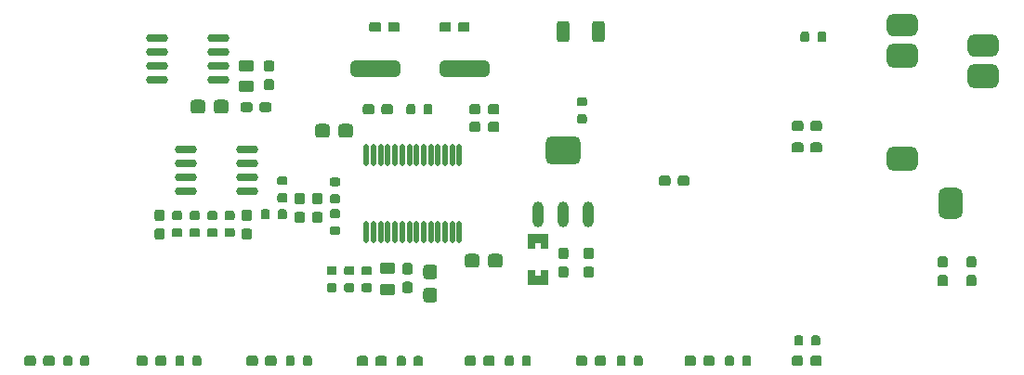
<source format=gtp>
G04 Layer_Color=8421504*
%FSLAX24Y24*%
%MOIN*%
G70*
G01*
G75*
G04:AMPARAMS|DCode=11|XSize=86.6mil|YSize=110.2mil|CornerRadius=21.7mil|HoleSize=0mil|Usage=FLASHONLY|Rotation=270.000|XOffset=0mil|YOffset=0mil|HoleType=Round|Shape=RoundedRectangle|*
%AMROUNDEDRECTD11*
21,1,0.0866,0.0669,0,0,270.0*
21,1,0.0433,0.1102,0,0,270.0*
1,1,0.0433,-0.0335,-0.0217*
1,1,0.0433,-0.0335,0.0217*
1,1,0.0433,0.0335,0.0217*
1,1,0.0433,0.0335,-0.0217*
%
%ADD11ROUNDEDRECTD11*%
G04:AMPARAMS|DCode=12|XSize=78.7mil|YSize=110.2mil|CornerRadius=19.7mil|HoleSize=0mil|Usage=FLASHONLY|Rotation=270.000|XOffset=0mil|YOffset=0mil|HoleType=Round|Shape=RoundedRectangle|*
%AMROUNDEDRECTD12*
21,1,0.0787,0.0709,0,0,270.0*
21,1,0.0394,0.1102,0,0,270.0*
1,1,0.0394,-0.0354,-0.0197*
1,1,0.0394,-0.0354,0.0197*
1,1,0.0394,0.0354,0.0197*
1,1,0.0394,0.0354,-0.0197*
%
%ADD12ROUNDEDRECTD12*%
G04:AMPARAMS|DCode=13|XSize=86.6mil|YSize=110.2mil|CornerRadius=21.7mil|HoleSize=0mil|Usage=FLASHONLY|Rotation=0.000|XOffset=0mil|YOffset=0mil|HoleType=Round|Shape=RoundedRectangle|*
%AMROUNDEDRECTD13*
21,1,0.0866,0.0669,0,0,0.0*
21,1,0.0433,0.1102,0,0,0.0*
1,1,0.0433,0.0217,-0.0335*
1,1,0.0433,-0.0217,-0.0335*
1,1,0.0433,-0.0217,0.0335*
1,1,0.0433,0.0217,0.0335*
%
%ADD13ROUNDEDRECTD13*%
G04:AMPARAMS|DCode=17|XSize=47.2mil|YSize=74.8mil|CornerRadius=11.8mil|HoleSize=0mil|Usage=FLASHONLY|Rotation=0.000|XOffset=0mil|YOffset=0mil|HoleType=Round|Shape=RoundedRectangle|*
%AMROUNDEDRECTD17*
21,1,0.0472,0.0512,0,0,0.0*
21,1,0.0236,0.0748,0,0,0.0*
1,1,0.0236,0.0118,-0.0256*
1,1,0.0236,-0.0118,-0.0256*
1,1,0.0236,-0.0118,0.0256*
1,1,0.0236,0.0118,0.0256*
%
%ADD17ROUNDEDRECTD17*%
G04:AMPARAMS|DCode=20|XSize=55.1mil|YSize=41.3mil|CornerRadius=10.3mil|HoleSize=0mil|Usage=FLASHONLY|Rotation=180.000|XOffset=0mil|YOffset=0mil|HoleType=Round|Shape=RoundedRectangle|*
%AMROUNDEDRECTD20*
21,1,0.0551,0.0207,0,0,180.0*
21,1,0.0344,0.0413,0,0,180.0*
1,1,0.0207,-0.0172,0.0103*
1,1,0.0207,0.0172,0.0103*
1,1,0.0207,0.0172,-0.0103*
1,1,0.0207,-0.0172,-0.0103*
%
%ADD20ROUNDEDRECTD20*%
G04:AMPARAMS|DCode=21|XSize=59.1mil|YSize=177.2mil|CornerRadius=14.8mil|HoleSize=0mil|Usage=FLASHONLY|Rotation=90.000|XOffset=0mil|YOffset=0mil|HoleType=Round|Shape=RoundedRectangle|*
%AMROUNDEDRECTD21*
21,1,0.0591,0.1476,0,0,90.0*
21,1,0.0295,0.1772,0,0,90.0*
1,1,0.0295,0.0738,0.0148*
1,1,0.0295,0.0738,-0.0148*
1,1,0.0295,-0.0738,-0.0148*
1,1,0.0295,-0.0738,0.0148*
%
%ADD21ROUNDEDRECTD21*%
%ADD22O,0.0177X0.0787*%
%ADD23O,0.0394X0.0925*%
G04:AMPARAMS|DCode=24|XSize=128mil|YSize=102.4mil|CornerRadius=25.6mil|HoleSize=0mil|Usage=FLASHONLY|Rotation=0.000|XOffset=0mil|YOffset=0mil|HoleType=Round|Shape=RoundedRectangle|*
%AMROUNDEDRECTD24*
21,1,0.1280,0.0512,0,0,0.0*
21,1,0.0768,0.1024,0,0,0.0*
1,1,0.0512,0.0384,-0.0256*
1,1,0.0512,-0.0384,-0.0256*
1,1,0.0512,-0.0384,0.0256*
1,1,0.0512,0.0384,0.0256*
%
%ADD24ROUNDEDRECTD24*%
%ADD25O,0.0800X0.0295*%
G04:AMPARAMS|DCode=27|XSize=54mil|YSize=50mil|CornerRadius=12.5mil|HoleSize=0mil|Usage=FLASHONLY|Rotation=180.000|XOffset=0mil|YOffset=0mil|HoleType=Round|Shape=RoundedRectangle|*
%AMROUNDEDRECTD27*
21,1,0.0540,0.0250,0,0,180.0*
21,1,0.0290,0.0500,0,0,180.0*
1,1,0.0250,-0.0145,0.0125*
1,1,0.0250,0.0145,0.0125*
1,1,0.0250,0.0145,-0.0125*
1,1,0.0250,-0.0145,-0.0125*
%
%ADD27ROUNDEDRECTD27*%
G04:AMPARAMS|DCode=28|XSize=54mil|YSize=50mil|CornerRadius=12.5mil|HoleSize=0mil|Usage=FLASHONLY|Rotation=90.000|XOffset=0mil|YOffset=0mil|HoleType=Round|Shape=RoundedRectangle|*
%AMROUNDEDRECTD28*
21,1,0.0540,0.0250,0,0,90.0*
21,1,0.0290,0.0500,0,0,90.0*
1,1,0.0250,0.0125,0.0145*
1,1,0.0250,0.0125,-0.0145*
1,1,0.0250,-0.0125,-0.0145*
1,1,0.0250,-0.0125,0.0145*
%
%ADD28ROUNDEDRECTD28*%
G36*
X51410Y45155D02*
X51440Y45135D01*
X51460Y45105D01*
X51467Y45070D01*
Y44890D01*
X51460Y44855D01*
X51440Y44825D01*
X51410Y44806D01*
X51375Y44799D01*
X51145D01*
X51110Y44806D01*
X51080Y44825D01*
X51060Y44855D01*
X51053Y44890D01*
Y45070D01*
X51060Y45105D01*
X51080Y45135D01*
X51110Y45155D01*
X51145Y45162D01*
X51375D01*
X51410Y45155D01*
D02*
G37*
G36*
X50740D02*
X50770Y45135D01*
X50790Y45105D01*
X50797Y45070D01*
Y44890D01*
X50790Y44855D01*
X50770Y44825D01*
X50740Y44806D01*
X50705Y44799D01*
X50475D01*
X50440Y44806D01*
X50410Y44825D01*
X50390Y44855D01*
X50383Y44890D01*
Y45070D01*
X50390Y45105D01*
X50410Y45135D01*
X50440Y45155D01*
X50475Y45162D01*
X50705D01*
X50740Y45155D01*
D02*
G37*
G36*
X48891D02*
X48920Y45135D01*
X48940Y45105D01*
X48947Y45070D01*
Y44890D01*
X48940Y44855D01*
X48920Y44825D01*
X48891Y44806D01*
X48856Y44799D01*
X48626D01*
X48590Y44806D01*
X48561Y44825D01*
X48541Y44855D01*
X48534Y44890D01*
Y45070D01*
X48541Y45105D01*
X48561Y45135D01*
X48590Y45155D01*
X48626Y45162D01*
X48856D01*
X48891Y45155D01*
D02*
G37*
G36*
X48221D02*
X48250Y45135D01*
X48270Y45105D01*
X48277Y45070D01*
Y44890D01*
X48270Y44855D01*
X48250Y44825D01*
X48221Y44806D01*
X48186Y44799D01*
X47956D01*
X47920Y44806D01*
X47891Y44825D01*
X47871Y44855D01*
X47864Y44890D01*
Y45070D01*
X47871Y45105D01*
X47891Y45135D01*
X47920Y45155D01*
X47956Y45162D01*
X48186D01*
X48221Y45155D01*
D02*
G37*
G36*
X64215Y44801D02*
X64242Y44784D01*
X64260Y44757D01*
X64266Y44726D01*
Y44526D01*
X64260Y44495D01*
X64242Y44468D01*
X64215Y44451D01*
X64184Y44444D01*
X64024D01*
X63993Y44451D01*
X63967Y44468D01*
X63949Y44495D01*
X63943Y44526D01*
Y44726D01*
X63949Y44757D01*
X63967Y44784D01*
X63993Y44801D01*
X64024Y44808D01*
X64184D01*
X64215Y44801D01*
D02*
G37*
G36*
X63605D02*
X63632Y44784D01*
X63650Y44757D01*
X63656Y44726D01*
Y44526D01*
X63650Y44495D01*
X63632Y44468D01*
X63605Y44451D01*
X63574Y44444D01*
X63414D01*
X63383Y44451D01*
X63357Y44468D01*
X63339Y44495D01*
X63333Y44526D01*
Y44726D01*
X63339Y44757D01*
X63357Y44784D01*
X63383Y44801D01*
X63414Y44808D01*
X63574D01*
X63605Y44801D01*
D02*
G37*
G36*
X44397Y43783D02*
X44427Y43763D01*
X44446Y43733D01*
X44453Y43698D01*
Y43468D01*
X44446Y43433D01*
X44427Y43403D01*
X44397Y43383D01*
X44362Y43376D01*
X44182D01*
X44147Y43383D01*
X44117Y43403D01*
X44097Y43433D01*
X44090Y43468D01*
Y43698D01*
X44097Y43733D01*
X44117Y43763D01*
X44147Y43783D01*
X44182Y43790D01*
X44362D01*
X44397Y43783D01*
D02*
G37*
G36*
Y43113D02*
X44427Y43093D01*
X44446Y43063D01*
X44453Y43028D01*
Y42798D01*
X44446Y42763D01*
X44427Y42733D01*
X44397Y42713D01*
X44362Y42706D01*
X44182D01*
X44147Y42713D01*
X44117Y42733D01*
X44097Y42763D01*
X44090Y42798D01*
Y43028D01*
X44097Y43063D01*
X44117Y43093D01*
X44147Y43113D01*
X44182Y43120D01*
X44362D01*
X44397Y43113D01*
D02*
G37*
G36*
X55623Y42449D02*
X55650Y42431D01*
X55667Y42404D01*
X55674Y42373D01*
Y42213D01*
X55667Y42182D01*
X55650Y42156D01*
X55623Y42138D01*
X55592Y42132D01*
X55392D01*
X55361Y42138D01*
X55334Y42156D01*
X55317Y42182D01*
X55311Y42213D01*
Y42373D01*
X55317Y42404D01*
X55334Y42431D01*
X55361Y42449D01*
X55392Y42455D01*
X55592D01*
X55623Y42449D01*
D02*
G37*
G36*
X44284Y42281D02*
X44314Y42261D01*
X44334Y42231D01*
X44341Y42196D01*
Y42016D01*
X44334Y41981D01*
X44314Y41951D01*
X44284Y41932D01*
X44249Y41925D01*
X44019D01*
X43984Y41932D01*
X43954Y41951D01*
X43934Y41981D01*
X43927Y42016D01*
Y42196D01*
X43934Y42231D01*
X43954Y42261D01*
X43984Y42281D01*
X44019Y42288D01*
X44249D01*
X44284Y42281D01*
D02*
G37*
G36*
X43614D02*
X43644Y42261D01*
X43664Y42231D01*
X43671Y42196D01*
Y42016D01*
X43664Y41981D01*
X43644Y41951D01*
X43614Y41932D01*
X43579Y41925D01*
X43349D01*
X43314Y41932D01*
X43284Y41951D01*
X43264Y41981D01*
X43257Y42016D01*
Y42196D01*
X43264Y42231D01*
X43284Y42261D01*
X43314Y42281D01*
X43349Y42288D01*
X43579D01*
X43614Y42281D01*
D02*
G37*
G36*
X50082Y42203D02*
X50108Y42185D01*
X50126Y42159D01*
X50132Y42128D01*
Y41928D01*
X50126Y41896D01*
X50108Y41870D01*
X50082Y41852D01*
X50050Y41846D01*
X49890D01*
X49859Y41852D01*
X49833Y41870D01*
X49815Y41896D01*
X49809Y41928D01*
Y42128D01*
X49815Y42159D01*
X49833Y42185D01*
X49859Y42203D01*
X49890Y42209D01*
X50050D01*
X50082Y42203D01*
D02*
G37*
G36*
X49472D02*
X49498Y42185D01*
X49516Y42159D01*
X49522Y42128D01*
Y41928D01*
X49516Y41896D01*
X49498Y41870D01*
X49472Y41852D01*
X49440Y41846D01*
X49280D01*
X49249Y41852D01*
X49223Y41870D01*
X49205Y41896D01*
X49199Y41928D01*
Y42128D01*
X49205Y42159D01*
X49223Y42185D01*
X49249Y42203D01*
X49280Y42209D01*
X49440D01*
X49472Y42203D01*
D02*
G37*
G36*
X48654Y42202D02*
X48684Y42182D01*
X48704Y42153D01*
X48711Y42118D01*
Y41938D01*
X48704Y41902D01*
X48684Y41873D01*
X48654Y41853D01*
X48619Y41846D01*
X48389D01*
X48354Y41853D01*
X48324Y41873D01*
X48305Y41902D01*
X48298Y41938D01*
Y42118D01*
X48305Y42153D01*
X48324Y42182D01*
X48354Y42202D01*
X48389Y42209D01*
X48619D01*
X48654Y42202D01*
D02*
G37*
G36*
X47984D02*
X48014Y42182D01*
X48034Y42153D01*
X48041Y42118D01*
Y41938D01*
X48034Y41902D01*
X48014Y41873D01*
X47984Y41853D01*
X47949Y41846D01*
X47719D01*
X47684Y41853D01*
X47654Y41873D01*
X47635Y41902D01*
X47628Y41938D01*
Y42118D01*
X47635Y42153D01*
X47654Y42182D01*
X47684Y42202D01*
X47719Y42209D01*
X47949D01*
X47984Y42202D01*
D02*
G37*
G36*
X52473Y42201D02*
X52503Y42182D01*
X52523Y42152D01*
X52530Y42117D01*
Y41937D01*
X52523Y41902D01*
X52503Y41872D01*
X52473Y41852D01*
X52438Y41845D01*
X52208D01*
X52173Y41852D01*
X52143Y41872D01*
X52123Y41902D01*
X52116Y41937D01*
Y42117D01*
X52123Y42152D01*
X52143Y42182D01*
X52173Y42201D01*
X52208Y42208D01*
X52438D01*
X52473Y42201D01*
D02*
G37*
G36*
X51803D02*
X51833Y42182D01*
X51853Y42152D01*
X51860Y42117D01*
Y41937D01*
X51853Y41902D01*
X51833Y41872D01*
X51803Y41852D01*
X51768Y41845D01*
X51538D01*
X51503Y41852D01*
X51473Y41872D01*
X51453Y41902D01*
X51446Y41937D01*
Y42117D01*
X51453Y42152D01*
X51473Y42182D01*
X51503Y42201D01*
X51538Y42208D01*
X51768D01*
X51803Y42201D01*
D02*
G37*
G36*
X55623Y41839D02*
X55650Y41821D01*
X55667Y41794D01*
X55674Y41763D01*
Y41603D01*
X55667Y41572D01*
X55650Y41546D01*
X55623Y41528D01*
X55592Y41522D01*
X55392D01*
X55361Y41528D01*
X55334Y41546D01*
X55317Y41572D01*
X55311Y41603D01*
Y41763D01*
X55317Y41794D01*
X55334Y41821D01*
X55361Y41839D01*
X55392Y41845D01*
X55592D01*
X55623Y41839D01*
D02*
G37*
G36*
X64048Y41612D02*
X64078Y41592D01*
X64098Y41562D01*
X64105Y41527D01*
Y41347D01*
X64098Y41312D01*
X64078Y41282D01*
X64048Y41262D01*
X64013Y41255D01*
X63783D01*
X63748Y41262D01*
X63718Y41282D01*
X63698Y41312D01*
X63691Y41347D01*
Y41527D01*
X63698Y41562D01*
X63718Y41592D01*
X63748Y41612D01*
X63783Y41619D01*
X64013D01*
X64048Y41612D01*
D02*
G37*
G36*
X63378D02*
X63408Y41592D01*
X63428Y41562D01*
X63435Y41527D01*
Y41347D01*
X63428Y41312D01*
X63408Y41282D01*
X63378Y41262D01*
X63343Y41255D01*
X63113D01*
X63078Y41262D01*
X63048Y41282D01*
X63028Y41312D01*
X63021Y41347D01*
Y41527D01*
X63028Y41562D01*
X63048Y41592D01*
X63078Y41612D01*
X63113Y41619D01*
X63343D01*
X63378Y41612D01*
D02*
G37*
G36*
X52473Y41572D02*
X52503Y41553D01*
X52523Y41523D01*
X52530Y41488D01*
Y41308D01*
X52523Y41273D01*
X52503Y41243D01*
X52473Y41223D01*
X52438Y41216D01*
X52208D01*
X52173Y41223D01*
X52143Y41243D01*
X52123Y41273D01*
X52116Y41308D01*
Y41488D01*
X52123Y41523D01*
X52143Y41553D01*
X52173Y41572D01*
X52208Y41579D01*
X52438D01*
X52473Y41572D01*
D02*
G37*
G36*
X51803D02*
X51833Y41553D01*
X51853Y41523D01*
X51860Y41488D01*
Y41308D01*
X51853Y41273D01*
X51833Y41243D01*
X51803Y41223D01*
X51768Y41216D01*
X51538D01*
X51503Y41223D01*
X51473Y41243D01*
X51453Y41273D01*
X51446Y41308D01*
Y41488D01*
X51453Y41523D01*
X51473Y41553D01*
X51503Y41572D01*
X51538Y41579D01*
X51768D01*
X51803Y41572D01*
D02*
G37*
G36*
X64048Y40824D02*
X64078Y40804D01*
X64098Y40775D01*
X64105Y40740D01*
Y40560D01*
X64098Y40524D01*
X64078Y40495D01*
X64048Y40475D01*
X64013Y40468D01*
X63783D01*
X63748Y40475D01*
X63718Y40495D01*
X63698Y40524D01*
X63691Y40560D01*
Y40740D01*
X63698Y40775D01*
X63718Y40804D01*
X63748Y40824D01*
X63783Y40831D01*
X64013D01*
X64048Y40824D01*
D02*
G37*
G36*
X63378D02*
X63408Y40804D01*
X63428Y40775D01*
X63435Y40740D01*
Y40560D01*
X63428Y40524D01*
X63408Y40495D01*
X63378Y40475D01*
X63343Y40468D01*
X63113D01*
X63078Y40475D01*
X63048Y40495D01*
X63028Y40524D01*
X63021Y40560D01*
Y40740D01*
X63028Y40775D01*
X63048Y40804D01*
X63078Y40824D01*
X63113Y40831D01*
X63343D01*
X63378Y40824D01*
D02*
G37*
G36*
X44875Y39614D02*
X44902Y39596D01*
X44919Y39570D01*
X44926Y39539D01*
Y39379D01*
X44919Y39347D01*
X44902Y39321D01*
X44875Y39303D01*
X44844Y39297D01*
X44644D01*
X44613Y39303D01*
X44586Y39321D01*
X44569Y39347D01*
X44563Y39379D01*
Y39539D01*
X44569Y39570D01*
X44586Y39596D01*
X44613Y39614D01*
X44644Y39620D01*
X44844D01*
X44875Y39614D01*
D02*
G37*
G36*
X59284Y39643D02*
X59314Y39623D01*
X59334Y39594D01*
X59341Y39558D01*
Y39378D01*
X59334Y39343D01*
X59314Y39314D01*
X59284Y39294D01*
X59249Y39287D01*
X59019D01*
X58984Y39294D01*
X58954Y39314D01*
X58934Y39343D01*
X58927Y39378D01*
Y39558D01*
X58934Y39594D01*
X58954Y39623D01*
X58984Y39643D01*
X59019Y39650D01*
X59249D01*
X59284Y39643D01*
D02*
G37*
G36*
X58614D02*
X58644Y39623D01*
X58664Y39594D01*
X58671Y39558D01*
Y39378D01*
X58664Y39343D01*
X58644Y39314D01*
X58614Y39294D01*
X58579Y39287D01*
X58349D01*
X58314Y39294D01*
X58284Y39314D01*
X58264Y39343D01*
X58257Y39378D01*
Y39558D01*
X58264Y39594D01*
X58284Y39623D01*
X58314Y39643D01*
X58349Y39650D01*
X58579D01*
X58614Y39643D01*
D02*
G37*
G36*
X46765Y39575D02*
X46792Y39557D01*
X46809Y39530D01*
X46815Y39499D01*
Y39339D01*
X46809Y39308D01*
X46792Y39281D01*
X46765Y39264D01*
X46734Y39258D01*
X46534D01*
X46503Y39264D01*
X46476Y39281D01*
X46459Y39308D01*
X46452Y39339D01*
Y39499D01*
X46459Y39530D01*
X46476Y39557D01*
X46503Y39575D01*
X46534Y39581D01*
X46734D01*
X46765Y39575D01*
D02*
G37*
G36*
X44875Y39004D02*
X44902Y38986D01*
X44919Y38960D01*
X44926Y38929D01*
Y38769D01*
X44919Y38737D01*
X44902Y38711D01*
X44875Y38693D01*
X44844Y38687D01*
X44644D01*
X44613Y38693D01*
X44586Y38711D01*
X44569Y38737D01*
X44563Y38769D01*
Y38929D01*
X44569Y38960D01*
X44586Y38986D01*
X44613Y39004D01*
X44644Y39010D01*
X44844D01*
X44875Y39004D01*
D02*
G37*
G36*
X46765Y38965D02*
X46792Y38947D01*
X46809Y38920D01*
X46815Y38889D01*
Y38729D01*
X46809Y38698D01*
X46792Y38672D01*
X46765Y38654D01*
X46734Y38648D01*
X46534D01*
X46503Y38654D01*
X46476Y38672D01*
X46459Y38698D01*
X46452Y38729D01*
Y38889D01*
X46459Y38920D01*
X46476Y38947D01*
X46503Y38965D01*
X46534Y38971D01*
X46734D01*
X46765Y38965D01*
D02*
G37*
G36*
X46129Y39019D02*
X46159Y38999D01*
X46179Y38969D01*
X46186Y38934D01*
Y38704D01*
X46179Y38669D01*
X46159Y38639D01*
X46129Y38619D01*
X46094Y38612D01*
X45914D01*
X45879Y38619D01*
X45849Y38639D01*
X45829Y38669D01*
X45822Y38704D01*
Y38934D01*
X45829Y38969D01*
X45849Y38999D01*
X45879Y39019D01*
X45914Y39026D01*
X46094D01*
X46129Y39019D01*
D02*
G37*
G36*
X45499D02*
X45529Y38999D01*
X45549Y38969D01*
X45556Y38934D01*
Y38704D01*
X45549Y38669D01*
X45529Y38639D01*
X45499Y38619D01*
X45464Y38612D01*
X45284D01*
X45249Y38619D01*
X45219Y38639D01*
X45199Y38669D01*
X45192Y38704D01*
Y38934D01*
X45199Y38969D01*
X45219Y38999D01*
X45249Y39019D01*
X45284Y39026D01*
X45464D01*
X45499Y39019D01*
D02*
G37*
G36*
X46765Y38433D02*
X46792Y38415D01*
X46809Y38389D01*
X46815Y38357D01*
Y38197D01*
X46809Y38166D01*
X46792Y38140D01*
X46765Y38122D01*
X46734Y38116D01*
X46534D01*
X46503Y38122D01*
X46476Y38140D01*
X46459Y38166D01*
X46452Y38197D01*
Y38357D01*
X46459Y38389D01*
X46476Y38415D01*
X46503Y38433D01*
X46534Y38439D01*
X46734D01*
X46765Y38433D01*
D02*
G37*
G36*
X44855Y38423D02*
X44882Y38406D01*
X44899Y38379D01*
X44906Y38348D01*
Y38148D01*
X44899Y38117D01*
X44882Y38090D01*
X44855Y38073D01*
X44824Y38066D01*
X44664D01*
X44633Y38073D01*
X44606Y38090D01*
X44589Y38117D01*
X44582Y38148D01*
Y38348D01*
X44589Y38379D01*
X44606Y38406D01*
X44633Y38423D01*
X44664Y38430D01*
X44824D01*
X44855Y38423D01*
D02*
G37*
G36*
X44245D02*
X44272Y38406D01*
X44289Y38379D01*
X44296Y38348D01*
Y38148D01*
X44289Y38117D01*
X44272Y38090D01*
X44245Y38073D01*
X44214Y38066D01*
X44054D01*
X44023Y38073D01*
X43996Y38090D01*
X43979Y38117D01*
X43972Y38148D01*
Y38348D01*
X43979Y38379D01*
X43996Y38406D01*
X44023Y38423D01*
X44054Y38430D01*
X44214D01*
X44245Y38423D01*
D02*
G37*
G36*
X42986Y38364D02*
X43012Y38346D01*
X43030Y38320D01*
X43036Y38289D01*
Y38129D01*
X43030Y38097D01*
X43012Y38071D01*
X42986Y38053D01*
X42954Y38047D01*
X42754D01*
X42723Y38053D01*
X42697Y38071D01*
X42679Y38097D01*
X42673Y38129D01*
Y38289D01*
X42679Y38320D01*
X42697Y38346D01*
X42723Y38364D01*
X42754Y38370D01*
X42954D01*
X42986Y38364D01*
D02*
G37*
G36*
X42365D02*
X42392Y38346D01*
X42410Y38320D01*
X42416Y38289D01*
Y38129D01*
X42410Y38097D01*
X42392Y38071D01*
X42365Y38053D01*
X42334Y38047D01*
X42134D01*
X42103Y38053D01*
X42077Y38071D01*
X42059Y38097D01*
X42053Y38129D01*
Y38289D01*
X42059Y38320D01*
X42077Y38346D01*
X42103Y38364D01*
X42134Y38370D01*
X42334D01*
X42365Y38364D01*
D02*
G37*
G36*
X41106D02*
X41132Y38346D01*
X41150Y38320D01*
X41156Y38289D01*
Y38129D01*
X41150Y38097D01*
X41132Y38071D01*
X41106Y38053D01*
X41074Y38047D01*
X40874D01*
X40843Y38053D01*
X40817Y38071D01*
X40799Y38097D01*
X40793Y38129D01*
Y38289D01*
X40799Y38320D01*
X40817Y38346D01*
X40843Y38364D01*
X40874Y38370D01*
X41074D01*
X41106Y38364D01*
D02*
G37*
G36*
X41736Y38364D02*
X41762Y38346D01*
X41780Y38320D01*
X41786Y38288D01*
Y38128D01*
X41780Y38097D01*
X41762Y38071D01*
X41736Y38053D01*
X41704Y38047D01*
X41504D01*
X41473Y38053D01*
X41447Y38071D01*
X41429Y38097D01*
X41423Y38128D01*
Y38288D01*
X41429Y38320D01*
X41447Y38346D01*
X41473Y38364D01*
X41504Y38370D01*
X41704D01*
X41736Y38364D01*
D02*
G37*
G36*
X43600Y38419D02*
X43629Y38399D01*
X43649Y38369D01*
X43656Y38334D01*
Y38104D01*
X43649Y38069D01*
X43629Y38039D01*
X43600Y38019D01*
X43564Y38012D01*
X43384D01*
X43349Y38019D01*
X43320Y38039D01*
X43300Y38069D01*
X43293Y38104D01*
Y38334D01*
X43300Y38369D01*
X43320Y38399D01*
X43349Y38419D01*
X43384Y38426D01*
X43564D01*
X43600Y38419D01*
D02*
G37*
G36*
X40470Y38419D02*
X40499Y38399D01*
X40519Y38369D01*
X40526Y38334D01*
Y38104D01*
X40519Y38069D01*
X40499Y38039D01*
X40470Y38019D01*
X40434Y38012D01*
X40254D01*
X40219Y38019D01*
X40190Y38039D01*
X40170Y38069D01*
X40163Y38104D01*
Y38334D01*
X40170Y38369D01*
X40190Y38399D01*
X40219Y38419D01*
X40254Y38426D01*
X40434D01*
X40470Y38419D01*
D02*
G37*
G36*
X46129Y38349D02*
X46159Y38329D01*
X46179Y38299D01*
X46186Y38264D01*
Y38034D01*
X46179Y37999D01*
X46159Y37969D01*
X46129Y37949D01*
X46094Y37942D01*
X45914D01*
X45879Y37949D01*
X45849Y37969D01*
X45829Y37999D01*
X45822Y38034D01*
Y38264D01*
X45829Y38299D01*
X45849Y38329D01*
X45879Y38349D01*
X45914Y38356D01*
X46094D01*
X46129Y38349D01*
D02*
G37*
G36*
X45499D02*
X45529Y38329D01*
X45549Y38299D01*
X45556Y38264D01*
Y38034D01*
X45549Y37999D01*
X45529Y37969D01*
X45499Y37949D01*
X45464Y37942D01*
X45284D01*
X45249Y37949D01*
X45219Y37969D01*
X45199Y37999D01*
X45192Y38034D01*
Y38264D01*
X45199Y38299D01*
X45219Y38329D01*
X45249Y38349D01*
X45284Y38356D01*
X45464D01*
X45499Y38349D01*
D02*
G37*
G36*
X46765Y37823D02*
X46792Y37805D01*
X46809Y37779D01*
X46815Y37747D01*
Y37587D01*
X46809Y37556D01*
X46792Y37530D01*
X46765Y37512D01*
X46734Y37506D01*
X46534D01*
X46503Y37512D01*
X46476Y37530D01*
X46459Y37556D01*
X46452Y37587D01*
Y37747D01*
X46459Y37779D01*
X46476Y37805D01*
X46503Y37823D01*
X46534Y37829D01*
X46734D01*
X46765Y37823D01*
D02*
G37*
G36*
X42986Y37754D02*
X43012Y37736D01*
X43030Y37710D01*
X43036Y37679D01*
Y37519D01*
X43030Y37487D01*
X43012Y37461D01*
X42986Y37443D01*
X42954Y37437D01*
X42754D01*
X42723Y37443D01*
X42697Y37461D01*
X42679Y37487D01*
X42673Y37519D01*
Y37679D01*
X42679Y37710D01*
X42697Y37736D01*
X42723Y37754D01*
X42754Y37760D01*
X42954D01*
X42986Y37754D01*
D02*
G37*
G36*
X42365D02*
X42392Y37736D01*
X42410Y37710D01*
X42416Y37679D01*
Y37519D01*
X42410Y37487D01*
X42392Y37461D01*
X42365Y37443D01*
X42334Y37437D01*
X42134D01*
X42103Y37443D01*
X42077Y37461D01*
X42059Y37487D01*
X42053Y37519D01*
Y37679D01*
X42059Y37710D01*
X42077Y37736D01*
X42103Y37754D01*
X42134Y37760D01*
X42334D01*
X42365Y37754D01*
D02*
G37*
G36*
X41106D02*
X41132Y37736D01*
X41150Y37710D01*
X41156Y37679D01*
Y37519D01*
X41150Y37487D01*
X41132Y37461D01*
X41106Y37443D01*
X41074Y37437D01*
X40874D01*
X40843Y37443D01*
X40817Y37461D01*
X40799Y37487D01*
X40793Y37519D01*
Y37679D01*
X40799Y37710D01*
X40817Y37736D01*
X40843Y37754D01*
X40874Y37760D01*
X41074D01*
X41106Y37754D01*
D02*
G37*
G36*
X41736Y37754D02*
X41762Y37736D01*
X41780Y37710D01*
X41786Y37678D01*
Y37518D01*
X41780Y37487D01*
X41762Y37461D01*
X41736Y37443D01*
X41704Y37437D01*
X41504D01*
X41473Y37443D01*
X41447Y37461D01*
X41429Y37487D01*
X41423Y37518D01*
Y37678D01*
X41429Y37710D01*
X41447Y37736D01*
X41473Y37754D01*
X41504Y37760D01*
X41704D01*
X41736Y37754D01*
D02*
G37*
G36*
X43600Y37749D02*
X43629Y37729D01*
X43649Y37699D01*
X43656Y37664D01*
Y37434D01*
X43649Y37399D01*
X43629Y37369D01*
X43600Y37349D01*
X43564Y37342D01*
X43384D01*
X43349Y37349D01*
X43320Y37369D01*
X43300Y37399D01*
X43293Y37434D01*
Y37664D01*
X43300Y37699D01*
X43320Y37729D01*
X43349Y37749D01*
X43384Y37756D01*
X43564D01*
X43600Y37749D01*
D02*
G37*
G36*
X40470Y37749D02*
X40499Y37729D01*
X40519Y37699D01*
X40526Y37664D01*
Y37434D01*
X40519Y37399D01*
X40499Y37369D01*
X40470Y37349D01*
X40434Y37342D01*
X40254D01*
X40219Y37349D01*
X40190Y37369D01*
X40170Y37399D01*
X40163Y37434D01*
Y37664D01*
X40170Y37699D01*
X40190Y37729D01*
X40219Y37749D01*
X40254Y37756D01*
X40434D01*
X40470Y37749D01*
D02*
G37*
G36*
X54269Y37531D02*
X54278Y37510D01*
Y37057D01*
X54269Y37037D01*
X54248Y37028D01*
X54045D01*
X54024Y37037D01*
X54016Y37057D01*
Y37195D01*
X54007Y37216D01*
X53986Y37225D01*
X53848D01*
X53828Y37216D01*
X53819Y37195D01*
Y37057D01*
X53810Y37037D01*
X53789Y37028D01*
X53587D01*
X53566Y37037D01*
X53557Y37057D01*
Y37510D01*
X53566Y37531D01*
X53587Y37540D01*
X54248D01*
X54269Y37531D01*
D02*
G37*
G36*
X55853Y37051D02*
X55883Y37031D01*
X55903Y37001D01*
X55910Y36966D01*
Y36736D01*
X55903Y36701D01*
X55883Y36671D01*
X55853Y36651D01*
X55818Y36644D01*
X55638D01*
X55603Y36651D01*
X55573Y36671D01*
X55554Y36701D01*
X55547Y36736D01*
Y36966D01*
X55554Y37001D01*
X55573Y37031D01*
X55603Y37051D01*
X55638Y37058D01*
X55818D01*
X55853Y37051D01*
D02*
G37*
G36*
X54948D02*
X54978Y37031D01*
X54998Y37001D01*
X55005Y36966D01*
Y36736D01*
X54998Y36701D01*
X54978Y36671D01*
X54948Y36651D01*
X54913Y36644D01*
X54733D01*
X54698Y36651D01*
X54668Y36671D01*
X54648Y36701D01*
X54641Y36736D01*
Y36966D01*
X54648Y37001D01*
X54668Y37031D01*
X54698Y37051D01*
X54733Y37058D01*
X54913D01*
X54948Y37051D01*
D02*
G37*
G36*
X68560Y36745D02*
X68590Y36726D01*
X68610Y36696D01*
X68617Y36661D01*
Y36431D01*
X68610Y36396D01*
X68590Y36366D01*
X68560Y36346D01*
X68525Y36339D01*
X68345D01*
X68310Y36346D01*
X68280Y36366D01*
X68260Y36396D01*
X68253Y36431D01*
Y36661D01*
X68260Y36696D01*
X68280Y36726D01*
X68310Y36745D01*
X68345Y36752D01*
X68525D01*
X68560Y36745D01*
D02*
G37*
G36*
X69584Y36745D02*
X69614Y36726D01*
X69633Y36696D01*
X69640Y36661D01*
Y36431D01*
X69633Y36396D01*
X69614Y36366D01*
X69584Y36346D01*
X69549Y36339D01*
X69369D01*
X69334Y36346D01*
X69304Y36366D01*
X69284Y36396D01*
X69277Y36431D01*
Y36661D01*
X69284Y36696D01*
X69304Y36726D01*
X69334Y36745D01*
X69369Y36752D01*
X69549D01*
X69584Y36745D01*
D02*
G37*
G36*
X49357Y36499D02*
X49387Y36479D01*
X49407Y36450D01*
X49414Y36415D01*
Y36185D01*
X49407Y36149D01*
X49387Y36120D01*
X49357Y36100D01*
X49322Y36093D01*
X49142D01*
X49107Y36100D01*
X49077Y36120D01*
X49058Y36149D01*
X49051Y36185D01*
Y36415D01*
X49058Y36450D01*
X49077Y36479D01*
X49107Y36499D01*
X49142Y36506D01*
X49322D01*
X49357Y36499D01*
D02*
G37*
G36*
X47907Y36386D02*
X47933Y36368D01*
X47951Y36341D01*
X47957Y36310D01*
Y36150D01*
X47951Y36119D01*
X47933Y36093D01*
X47907Y36075D01*
X47876Y36069D01*
X47676D01*
X47644Y36075D01*
X47618Y36093D01*
X47600Y36119D01*
X47594Y36150D01*
Y36310D01*
X47600Y36341D01*
X47618Y36368D01*
X47644Y36386D01*
X47676Y36392D01*
X47876D01*
X47907Y36386D01*
D02*
G37*
G36*
X47277D02*
X47303Y36368D01*
X47321Y36341D01*
X47327Y36310D01*
Y36150D01*
X47321Y36119D01*
X47303Y36093D01*
X47277Y36075D01*
X47246Y36069D01*
X47046D01*
X47014Y36075D01*
X46988Y36093D01*
X46970Y36119D01*
X46964Y36150D01*
Y36310D01*
X46970Y36341D01*
X46988Y36368D01*
X47014Y36386D01*
X47046Y36392D01*
X47246D01*
X47277Y36386D01*
D02*
G37*
G36*
X46647D02*
X46673Y36368D01*
X46691Y36341D01*
X46697Y36310D01*
Y36150D01*
X46691Y36119D01*
X46673Y36093D01*
X46647Y36075D01*
X46616Y36069D01*
X46416D01*
X46385Y36075D01*
X46358Y36093D01*
X46340Y36119D01*
X46334Y36150D01*
Y36310D01*
X46340Y36341D01*
X46358Y36368D01*
X46385Y36386D01*
X46416Y36392D01*
X46616D01*
X46647Y36386D01*
D02*
G37*
G36*
X54269Y36231D02*
X54278Y36210D01*
Y35757D01*
X54269Y35737D01*
X54248Y35728D01*
X53587D01*
X53566Y35737D01*
X53557Y35757D01*
Y36210D01*
X53566Y36231D01*
X53587Y36240D01*
X53789D01*
X53810Y36231D01*
X53819Y36210D01*
Y36072D01*
X53828Y36052D01*
X53848Y36043D01*
X53986D01*
X54007Y36052D01*
X54016Y36072D01*
Y36210D01*
X54024Y36231D01*
X54045Y36240D01*
X54248D01*
X54269Y36231D01*
D02*
G37*
G36*
X55853Y36381D02*
X55883Y36361D01*
X55903Y36331D01*
X55910Y36296D01*
Y36066D01*
X55903Y36031D01*
X55883Y36001D01*
X55853Y35981D01*
X55818Y35974D01*
X55638D01*
X55603Y35981D01*
X55573Y36001D01*
X55554Y36031D01*
X55547Y36066D01*
Y36296D01*
X55554Y36331D01*
X55573Y36361D01*
X55603Y36381D01*
X55638Y36388D01*
X55818D01*
X55853Y36381D01*
D02*
G37*
G36*
X54948D02*
X54978Y36361D01*
X54998Y36331D01*
X55005Y36296D01*
Y36066D01*
X54998Y36031D01*
X54978Y36001D01*
X54948Y35981D01*
X54913Y35974D01*
X54733D01*
X54698Y35981D01*
X54668Y36001D01*
X54648Y36031D01*
X54641Y36066D01*
Y36296D01*
X54648Y36331D01*
X54668Y36361D01*
X54698Y36381D01*
X54733Y36388D01*
X54913D01*
X54948Y36381D01*
D02*
G37*
G36*
X68560Y36075D02*
X68590Y36056D01*
X68610Y36026D01*
X68617Y35991D01*
Y35761D01*
X68610Y35726D01*
X68590Y35696D01*
X68560Y35676D01*
X68525Y35669D01*
X68345D01*
X68310Y35676D01*
X68280Y35696D01*
X68260Y35726D01*
X68253Y35761D01*
Y35991D01*
X68260Y36026D01*
X68280Y36056D01*
X68310Y36075D01*
X68345Y36082D01*
X68525D01*
X68560Y36075D01*
D02*
G37*
G36*
X69584Y36075D02*
X69614Y36056D01*
X69633Y36026D01*
X69640Y35991D01*
Y35761D01*
X69633Y35726D01*
X69614Y35696D01*
X69584Y35676D01*
X69549Y35669D01*
X69369D01*
X69334Y35676D01*
X69304Y35696D01*
X69284Y35726D01*
X69277Y35761D01*
Y35991D01*
X69284Y36026D01*
X69304Y36056D01*
X69334Y36075D01*
X69369Y36082D01*
X69549D01*
X69584Y36075D01*
D02*
G37*
G36*
X47907Y35776D02*
X47933Y35758D01*
X47951Y35731D01*
X47957Y35700D01*
Y35540D01*
X47951Y35509D01*
X47933Y35483D01*
X47907Y35465D01*
X47876Y35459D01*
X47676D01*
X47644Y35465D01*
X47618Y35483D01*
X47600Y35509D01*
X47594Y35540D01*
Y35700D01*
X47600Y35731D01*
X47618Y35758D01*
X47644Y35776D01*
X47676Y35782D01*
X47876D01*
X47907Y35776D01*
D02*
G37*
G36*
X47277D02*
X47303Y35758D01*
X47321Y35731D01*
X47327Y35700D01*
Y35540D01*
X47321Y35509D01*
X47303Y35483D01*
X47277Y35465D01*
X47246Y35459D01*
X47046D01*
X47014Y35465D01*
X46988Y35483D01*
X46970Y35509D01*
X46964Y35540D01*
Y35700D01*
X46970Y35731D01*
X46988Y35758D01*
X47014Y35776D01*
X47046Y35782D01*
X47246D01*
X47277Y35776D01*
D02*
G37*
G36*
X46647D02*
X46673Y35758D01*
X46691Y35731D01*
X46697Y35700D01*
Y35540D01*
X46691Y35509D01*
X46673Y35483D01*
X46647Y35465D01*
X46616Y35459D01*
X46416D01*
X46385Y35465D01*
X46358Y35483D01*
X46340Y35509D01*
X46334Y35540D01*
Y35700D01*
X46340Y35731D01*
X46358Y35758D01*
X46385Y35776D01*
X46416Y35782D01*
X46616D01*
X46647Y35776D01*
D02*
G37*
G36*
X49357Y35829D02*
X49387Y35809D01*
X49407Y35780D01*
X49414Y35745D01*
Y35515D01*
X49407Y35479D01*
X49387Y35450D01*
X49357Y35430D01*
X49322Y35423D01*
X49142D01*
X49107Y35430D01*
X49077Y35450D01*
X49058Y35479D01*
X49051Y35515D01*
Y35745D01*
X49058Y35780D01*
X49077Y35809D01*
X49107Y35829D01*
X49142Y35836D01*
X49322D01*
X49357Y35829D01*
D02*
G37*
G36*
X63989Y33896D02*
X64016Y33878D01*
X64033Y33852D01*
X64039Y33820D01*
Y33620D01*
X64033Y33589D01*
X64016Y33563D01*
X63989Y33545D01*
X63958Y33539D01*
X63798D01*
X63767Y33545D01*
X63740Y33563D01*
X63722Y33589D01*
X63716Y33620D01*
Y33820D01*
X63722Y33852D01*
X63740Y33878D01*
X63767Y33896D01*
X63798Y33902D01*
X63958D01*
X63989Y33896D01*
D02*
G37*
G36*
X63379D02*
X63406Y33878D01*
X63423Y33852D01*
X63429Y33820D01*
Y33620D01*
X63423Y33589D01*
X63406Y33563D01*
X63379Y33545D01*
X63348Y33539D01*
X63188D01*
X63157Y33545D01*
X63130Y33563D01*
X63112Y33589D01*
X63106Y33620D01*
Y33820D01*
X63112Y33852D01*
X63130Y33878D01*
X63157Y33896D01*
X63188Y33902D01*
X63348D01*
X63379Y33896D01*
D02*
G37*
G36*
X37769Y33167D02*
X37795Y33150D01*
X37813Y33123D01*
X37819Y33092D01*
Y32892D01*
X37813Y32861D01*
X37795Y32834D01*
X37769Y32817D01*
X37737Y32811D01*
X37577D01*
X37546Y32817D01*
X37520Y32834D01*
X37502Y32861D01*
X37496Y32892D01*
Y33092D01*
X37502Y33123D01*
X37520Y33150D01*
X37546Y33167D01*
X37577Y33174D01*
X37737D01*
X37769Y33167D01*
D02*
G37*
G36*
X37159D02*
X37185Y33150D01*
X37203Y33123D01*
X37209Y33092D01*
Y32892D01*
X37203Y32861D01*
X37185Y32834D01*
X37159Y32817D01*
X37127Y32811D01*
X36967D01*
X36936Y32817D01*
X36910Y32834D01*
X36892Y32861D01*
X36886Y32892D01*
Y33092D01*
X36892Y33123D01*
X36910Y33150D01*
X36936Y33167D01*
X36967Y33174D01*
X37127D01*
X37159Y33167D01*
D02*
G37*
G36*
X61509Y33167D02*
X61535Y33150D01*
X61553Y33123D01*
X61559Y33092D01*
Y32892D01*
X61553Y32861D01*
X61535Y32834D01*
X61509Y32817D01*
X61478Y32811D01*
X61318D01*
X61286Y32817D01*
X61260Y32834D01*
X61242Y32861D01*
X61236Y32892D01*
Y33092D01*
X61242Y33123D01*
X61260Y33150D01*
X61286Y33167D01*
X61318Y33174D01*
X61478D01*
X61509Y33167D01*
D02*
G37*
G36*
X60899D02*
X60925Y33150D01*
X60943Y33123D01*
X60949Y33092D01*
Y32892D01*
X60943Y32861D01*
X60925Y32834D01*
X60899Y32817D01*
X60868Y32811D01*
X60708D01*
X60676Y32817D01*
X60650Y32834D01*
X60632Y32861D01*
X60626Y32892D01*
Y33092D01*
X60632Y33123D01*
X60650Y33150D01*
X60676Y33167D01*
X60708Y33174D01*
X60868D01*
X60899Y33167D01*
D02*
G37*
G36*
X57621D02*
X57647Y33150D01*
X57665Y33123D01*
X57671Y33092D01*
Y32892D01*
X57665Y32861D01*
X57647Y32834D01*
X57621Y32817D01*
X57590Y32811D01*
X57430D01*
X57399Y32817D01*
X57372Y32834D01*
X57354Y32861D01*
X57348Y32892D01*
Y33092D01*
X57354Y33123D01*
X57372Y33150D01*
X57399Y33167D01*
X57430Y33174D01*
X57590D01*
X57621Y33167D01*
D02*
G37*
G36*
X57011D02*
X57037Y33150D01*
X57055Y33123D01*
X57061Y33092D01*
Y32892D01*
X57055Y32861D01*
X57037Y32834D01*
X57011Y32817D01*
X56980Y32811D01*
X56820D01*
X56789Y32817D01*
X56762Y32834D01*
X56744Y32861D01*
X56738Y32892D01*
Y33092D01*
X56744Y33123D01*
X56762Y33150D01*
X56789Y33167D01*
X56820Y33174D01*
X56980D01*
X57011Y33167D01*
D02*
G37*
G36*
X53615D02*
X53641Y33150D01*
X53659Y33123D01*
X53665Y33092D01*
Y32892D01*
X53659Y32861D01*
X53641Y32834D01*
X53615Y32817D01*
X53584Y32811D01*
X53424D01*
X53393Y32817D01*
X53366Y32834D01*
X53348Y32861D01*
X53342Y32892D01*
Y33092D01*
X53348Y33123D01*
X53366Y33150D01*
X53393Y33167D01*
X53424Y33174D01*
X53584D01*
X53615Y33167D01*
D02*
G37*
G36*
X53005D02*
X53031Y33150D01*
X53049Y33123D01*
X53055Y33092D01*
Y32892D01*
X53049Y32861D01*
X53031Y32834D01*
X53005Y32817D01*
X52974Y32811D01*
X52814D01*
X52783Y32817D01*
X52756Y32834D01*
X52738Y32861D01*
X52732Y32892D01*
Y33092D01*
X52738Y33123D01*
X52756Y33150D01*
X52783Y33167D01*
X52814Y33174D01*
X52974D01*
X53005Y33167D01*
D02*
G37*
G36*
X45751D02*
X45777Y33150D01*
X45795Y33123D01*
X45801Y33092D01*
Y32892D01*
X45795Y32861D01*
X45777Y32834D01*
X45751Y32817D01*
X45720Y32811D01*
X45560D01*
X45528Y32817D01*
X45502Y32834D01*
X45484Y32861D01*
X45478Y32892D01*
Y33092D01*
X45484Y33123D01*
X45502Y33150D01*
X45528Y33167D01*
X45560Y33174D01*
X45720D01*
X45751Y33167D01*
D02*
G37*
G36*
X45141D02*
X45167Y33150D01*
X45185Y33123D01*
X45191Y33092D01*
Y32892D01*
X45185Y32861D01*
X45167Y32834D01*
X45141Y32817D01*
X45110Y32811D01*
X44950D01*
X44918Y32817D01*
X44892Y32834D01*
X44874Y32861D01*
X44868Y32892D01*
Y33092D01*
X44874Y33123D01*
X44892Y33150D01*
X44918Y33167D01*
X44950Y33174D01*
X45110D01*
X45141Y33167D01*
D02*
G37*
G36*
X41784D02*
X41811Y33150D01*
X41828Y33123D01*
X41835Y33092D01*
Y32892D01*
X41828Y32861D01*
X41811Y32834D01*
X41784Y32817D01*
X41753Y32811D01*
X41593D01*
X41562Y32817D01*
X41535Y32834D01*
X41518Y32861D01*
X41512Y32892D01*
Y33092D01*
X41518Y33123D01*
X41535Y33150D01*
X41562Y33167D01*
X41593Y33174D01*
X41753D01*
X41784Y33167D01*
D02*
G37*
G36*
X41174D02*
X41201Y33150D01*
X41218Y33123D01*
X41225Y33092D01*
Y32892D01*
X41218Y32861D01*
X41201Y32834D01*
X41174Y32817D01*
X41143Y32811D01*
X40983D01*
X40952Y32817D01*
X40925Y32834D01*
X40908Y32861D01*
X40902Y32892D01*
Y33092D01*
X40908Y33123D01*
X40925Y33150D01*
X40952Y33167D01*
X40983Y33174D01*
X41143D01*
X41174Y33167D01*
D02*
G37*
G36*
X36519Y33167D02*
X36548Y33147D01*
X36568Y33117D01*
X36575Y33082D01*
Y32902D01*
X36568Y32867D01*
X36548Y32837D01*
X36519Y32817D01*
X36483Y32810D01*
X36253D01*
X36218Y32817D01*
X36189Y32837D01*
X36169Y32867D01*
X36162Y32902D01*
Y33082D01*
X36169Y33117D01*
X36189Y33147D01*
X36218Y33167D01*
X36253Y33174D01*
X36483D01*
X36519Y33167D01*
D02*
G37*
G36*
X35849D02*
X35878Y33147D01*
X35898Y33117D01*
X35905Y33082D01*
Y32902D01*
X35898Y32867D01*
X35878Y32837D01*
X35849Y32817D01*
X35813Y32810D01*
X35583D01*
X35548Y32817D01*
X35519Y32837D01*
X35499Y32867D01*
X35492Y32902D01*
Y33082D01*
X35499Y33117D01*
X35519Y33147D01*
X35548Y33167D01*
X35583Y33174D01*
X35813D01*
X35849Y33167D01*
D02*
G37*
G36*
X64038Y33167D02*
X64068Y33147D01*
X64088Y33117D01*
X64095Y33082D01*
Y32902D01*
X64088Y32867D01*
X64068Y32837D01*
X64038Y32817D01*
X64003Y32810D01*
X63773D01*
X63738Y32817D01*
X63708Y32837D01*
X63688Y32867D01*
X63681Y32902D01*
Y33082D01*
X63688Y33117D01*
X63708Y33147D01*
X63738Y33167D01*
X63773Y33174D01*
X64003D01*
X64038Y33167D01*
D02*
G37*
G36*
X63368D02*
X63398Y33147D01*
X63418Y33117D01*
X63425Y33082D01*
Y32902D01*
X63418Y32867D01*
X63398Y32837D01*
X63368Y32817D01*
X63333Y32810D01*
X63103D01*
X63068Y32817D01*
X63038Y32837D01*
X63018Y32867D01*
X63011Y32902D01*
Y33082D01*
X63018Y33117D01*
X63038Y33147D01*
X63068Y33167D01*
X63103Y33174D01*
X63333D01*
X63368Y33167D01*
D02*
G37*
G36*
X60200D02*
X60229Y33147D01*
X60249Y33117D01*
X60256Y33082D01*
Y32902D01*
X60249Y32867D01*
X60229Y32837D01*
X60200Y32817D01*
X60165Y32810D01*
X59935D01*
X59899Y32817D01*
X59870Y32837D01*
X59850Y32867D01*
X59843Y32902D01*
Y33082D01*
X59850Y33117D01*
X59870Y33147D01*
X59899Y33167D01*
X59935Y33174D01*
X60165D01*
X60200Y33167D01*
D02*
G37*
G36*
X59530D02*
X59559Y33147D01*
X59579Y33117D01*
X59586Y33082D01*
Y32902D01*
X59579Y32867D01*
X59559Y32837D01*
X59530Y32817D01*
X59495Y32810D01*
X59265D01*
X59229Y32817D01*
X59200Y32837D01*
X59180Y32867D01*
X59173Y32902D01*
Y33082D01*
X59180Y33117D01*
X59200Y33147D01*
X59229Y33167D01*
X59265Y33174D01*
X59495D01*
X59530Y33167D01*
D02*
G37*
G36*
X56302D02*
X56332Y33147D01*
X56352Y33117D01*
X56359Y33082D01*
Y32902D01*
X56352Y32867D01*
X56332Y32837D01*
X56302Y32817D01*
X56267Y32810D01*
X56037D01*
X56002Y32817D01*
X55972Y32837D01*
X55952Y32867D01*
X55945Y32902D01*
Y33082D01*
X55952Y33117D01*
X55972Y33147D01*
X56002Y33167D01*
X56037Y33174D01*
X56267D01*
X56302Y33167D01*
D02*
G37*
G36*
X55632D02*
X55662Y33147D01*
X55682Y33117D01*
X55689Y33082D01*
Y32902D01*
X55682Y32867D01*
X55662Y32837D01*
X55632Y32817D01*
X55597Y32810D01*
X55367D01*
X55332Y32817D01*
X55302Y32837D01*
X55282Y32867D01*
X55275Y32902D01*
Y33082D01*
X55282Y33117D01*
X55302Y33147D01*
X55332Y33167D01*
X55367Y33174D01*
X55597D01*
X55632Y33167D01*
D02*
G37*
G36*
X52306D02*
X52336Y33147D01*
X52356Y33117D01*
X52363Y33082D01*
Y32902D01*
X52356Y32867D01*
X52336Y32837D01*
X52306Y32817D01*
X52271Y32810D01*
X52041D01*
X52006Y32817D01*
X51976Y32837D01*
X51956Y32867D01*
X51949Y32902D01*
Y33082D01*
X51956Y33117D01*
X51976Y33147D01*
X52006Y33167D01*
X52041Y33174D01*
X52271D01*
X52306Y33167D01*
D02*
G37*
G36*
X51636D02*
X51666Y33147D01*
X51686Y33117D01*
X51693Y33082D01*
Y32902D01*
X51686Y32867D01*
X51666Y32837D01*
X51636Y32817D01*
X51601Y32810D01*
X51371D01*
X51336Y32817D01*
X51306Y32837D01*
X51286Y32867D01*
X51279Y32902D01*
Y33082D01*
X51286Y33117D01*
X51306Y33147D01*
X51336Y33167D01*
X51371Y33174D01*
X51601D01*
X51636Y33167D01*
D02*
G37*
G36*
X44481D02*
X44511Y33147D01*
X44531Y33117D01*
X44538Y33082D01*
Y32902D01*
X44531Y32867D01*
X44511Y32837D01*
X44481Y32817D01*
X44446Y32810D01*
X44216D01*
X44181Y32817D01*
X44151Y32837D01*
X44131Y32867D01*
X44124Y32902D01*
Y33082D01*
X44131Y33117D01*
X44151Y33147D01*
X44181Y33167D01*
X44216Y33174D01*
X44446D01*
X44481Y33167D01*
D02*
G37*
G36*
X43811D02*
X43841Y33147D01*
X43861Y33117D01*
X43868Y33082D01*
Y32902D01*
X43861Y32867D01*
X43841Y32837D01*
X43811Y32817D01*
X43776Y32810D01*
X43546D01*
X43511Y32817D01*
X43481Y32837D01*
X43461Y32867D01*
X43454Y32902D01*
Y33082D01*
X43461Y33117D01*
X43481Y33147D01*
X43511Y33167D01*
X43546Y33174D01*
X43776D01*
X43811Y33167D01*
D02*
G37*
G36*
X40534D02*
X40564Y33147D01*
X40584Y33117D01*
X40591Y33082D01*
Y32902D01*
X40584Y32867D01*
X40564Y32837D01*
X40534Y32817D01*
X40499Y32810D01*
X40269D01*
X40234Y32817D01*
X40204Y32837D01*
X40184Y32867D01*
X40177Y32902D01*
Y33082D01*
X40184Y33117D01*
X40204Y33147D01*
X40234Y33167D01*
X40269Y33174D01*
X40499D01*
X40534Y33167D01*
D02*
G37*
G36*
X39864D02*
X39894Y33147D01*
X39914Y33117D01*
X39921Y33082D01*
Y32902D01*
X39914Y32867D01*
X39894Y32837D01*
X39864Y32817D01*
X39829Y32810D01*
X39599D01*
X39564Y32817D01*
X39534Y32837D01*
X39514Y32867D01*
X39507Y32902D01*
Y33082D01*
X39514Y33117D01*
X39534Y33147D01*
X39564Y33167D01*
X39599Y33174D01*
X39829D01*
X39864Y33167D01*
D02*
G37*
G36*
X49727Y33158D02*
X49754Y33140D01*
X49771Y33114D01*
X49778Y33082D01*
Y32882D01*
X49771Y32851D01*
X49754Y32825D01*
X49727Y32807D01*
X49696Y32801D01*
X49536D01*
X49505Y32807D01*
X49478Y32825D01*
X49461Y32851D01*
X49454Y32882D01*
Y33082D01*
X49461Y33114D01*
X49478Y33140D01*
X49505Y33158D01*
X49536Y33164D01*
X49696D01*
X49727Y33158D01*
D02*
G37*
G36*
X49117D02*
X49144Y33140D01*
X49161Y33114D01*
X49168Y33082D01*
Y32882D01*
X49161Y32851D01*
X49144Y32825D01*
X49117Y32807D01*
X49086Y32801D01*
X48926D01*
X48895Y32807D01*
X48868Y32825D01*
X48851Y32851D01*
X48844Y32882D01*
Y33082D01*
X48851Y33114D01*
X48868Y33140D01*
X48895Y33158D01*
X48926Y33164D01*
X49086D01*
X49117Y33158D01*
D02*
G37*
G36*
X48438Y33157D02*
X48468Y33137D01*
X48488Y33107D01*
X48495Y33072D01*
Y32892D01*
X48488Y32857D01*
X48468Y32827D01*
X48438Y32808D01*
X48403Y32801D01*
X48173D01*
X48138Y32808D01*
X48108Y32827D01*
X48088Y32857D01*
X48081Y32892D01*
Y33072D01*
X48088Y33107D01*
X48108Y33137D01*
X48138Y33157D01*
X48173Y33164D01*
X48403D01*
X48438Y33157D01*
D02*
G37*
G36*
X47768D02*
X47798Y33137D01*
X47818Y33107D01*
X47825Y33072D01*
Y32892D01*
X47818Y32857D01*
X47798Y32827D01*
X47768Y32808D01*
X47733Y32801D01*
X47503D01*
X47468Y32808D01*
X47438Y32827D01*
X47418Y32857D01*
X47411Y32892D01*
Y33072D01*
X47418Y33107D01*
X47438Y33137D01*
X47468Y33157D01*
X47503Y33164D01*
X47733D01*
X47768Y33157D01*
D02*
G37*
D11*
X66968Y43957D02*
D03*
X69882Y43209D02*
D03*
X66968Y40256D02*
D03*
D12*
Y45059D02*
D03*
X69882Y44311D02*
D03*
D13*
X68720Y38642D02*
D03*
D17*
X54823Y44823D02*
D03*
X56083D02*
D03*
D20*
X48524Y36299D02*
D03*
Y35551D02*
D03*
X43445Y43583D02*
D03*
Y42835D02*
D03*
D21*
X48071Y43484D02*
D03*
X51280D02*
D03*
D22*
X49301Y40374D02*
D03*
X49557D02*
D03*
X47766D02*
D03*
X48022D02*
D03*
X48278D02*
D03*
X48533D02*
D03*
X48789D02*
D03*
X49045D02*
D03*
X51093D02*
D03*
X49813D02*
D03*
X50069D02*
D03*
X50325D02*
D03*
X50581D02*
D03*
X50837D02*
D03*
X49557Y37618D02*
D03*
X49301D02*
D03*
X49045D02*
D03*
X48789D02*
D03*
X48533D02*
D03*
X48278D02*
D03*
X48022D02*
D03*
X47766D02*
D03*
X51093D02*
D03*
X50837D02*
D03*
X50581D02*
D03*
X50325D02*
D03*
X50069D02*
D03*
X49813D02*
D03*
D23*
X53917Y38248D02*
D03*
X55728D02*
D03*
X54823D02*
D03*
D24*
Y40531D02*
D03*
D25*
X42456Y43587D02*
D03*
X40256D02*
D03*
X42456Y43087D02*
D03*
X40256D02*
D03*
X42456Y44587D02*
D03*
Y44087D02*
D03*
X40256D02*
D03*
Y44587D02*
D03*
X43480Y39571D02*
D03*
X41280D02*
D03*
X43480Y39071D02*
D03*
X41280D02*
D03*
X43480Y40571D02*
D03*
Y40071D02*
D03*
X41280D02*
D03*
Y40571D02*
D03*
D27*
X46188Y41240D02*
D03*
X47028D02*
D03*
X52395Y36594D02*
D03*
X51555D02*
D03*
X42553Y42106D02*
D03*
X41713D02*
D03*
D28*
X50059Y36175D02*
D03*
Y35335D02*
D03*
M02*

</source>
